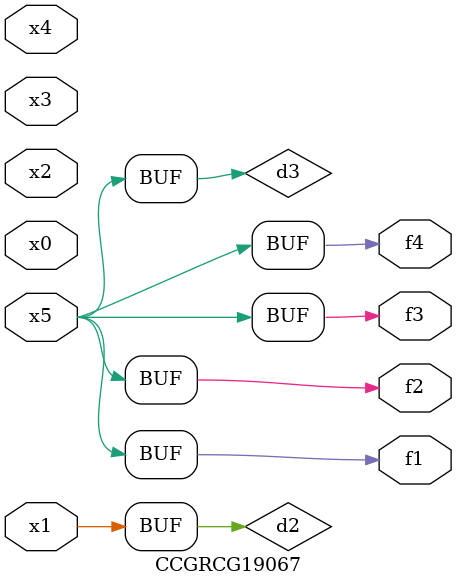
<source format=v>
module CCGRCG19067(
	input x0, x1, x2, x3, x4, x5,
	output f1, f2, f3, f4
);

	wire d1, d2, d3;

	not (d1, x5);
	or (d2, x1);
	xnor (d3, d1);
	assign f1 = d3;
	assign f2 = d3;
	assign f3 = d3;
	assign f4 = d3;
endmodule

</source>
